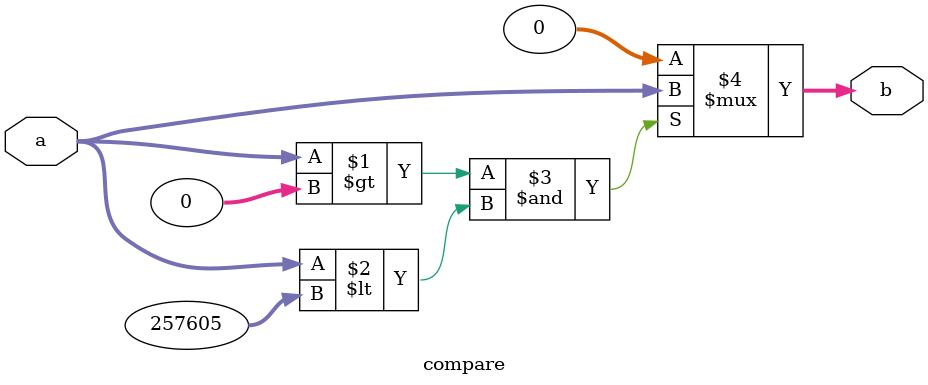
<source format=sv>
module compare(
   input logic signed [31 : 0] a,
	output logic signed [31 : 0] b
);

	assign b = (a > 0) & (a < 257605) ? a : 0;

endmodule

</source>
